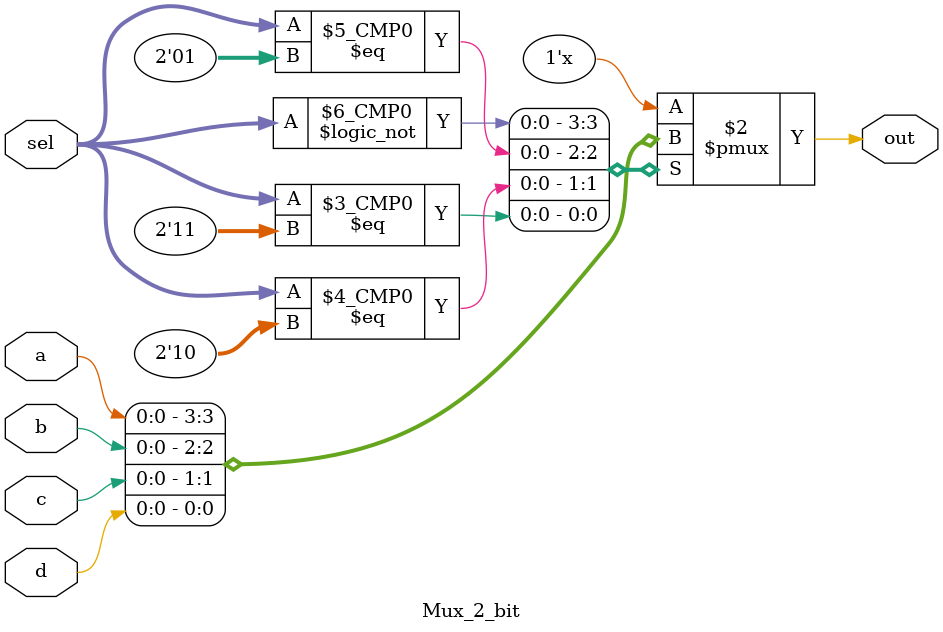
<source format=v>
`timescale 1ns / 1ps


module Mux_2_bit(
input a,b,c,d,
    input [1:0] sel,
    output reg out
    
    );
    always@(*)
    case(sel)
    2'b00:
    out=a;
    2'b01:
    out=b;
    2'b10:
    out=c;
    2'b11:
    out=d;
    endcase
    
    
    
endmodule

</source>
